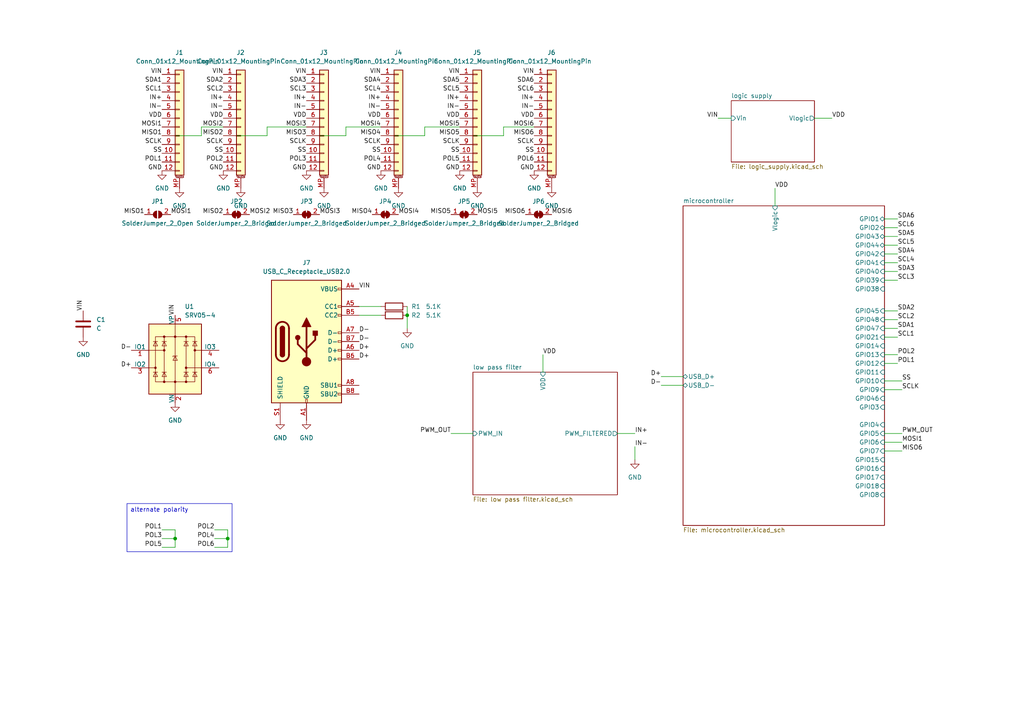
<source format=kicad_sch>
(kicad_sch (version 20230121) (generator eeschema)
  (paper "A4")
  (lib_symbols
    (symbol "Connector:USB_C_Receptacle_USB2.0" (pin_names (offset 1.016))
      (property "Reference" "J" (at -10.16 19.05 0))
      (property "Value" "USB_C_Receptacle_USB2.0" (at 19.05 19.05 0))
      (symbol "USB_C_Receptacle_USB2.0_0_0"
        (rectangle (start -0.254 -17.78) (end 0.254 -16.764))
        (rectangle (start 10.16 -14.986) (end 9.144 -15.494))
        (rectangle (start 10.16 -12.446) (end 9.144 -12.954))
        (rectangle (start 10.16 -4.826) (end 9.144 -5.334))
        (rectangle (start 10.16 -2.286) (end 9.144 -2.794))
        (rectangle (start 10.16 0.254) (end 9.144 -0.254))
        (rectangle (start 10.16 2.794) (end 9.144 2.286))
        (rectangle (start 10.16 7.874) (end 9.144 7.366))
        (rectangle (start 10.16 10.414) (end 9.144 9.906))
        (rectangle (start 10.16 15.494) (end 9.144 14.986))
      )
      (symbol "USB_C_Receptacle_USB2.0_0_1"
        (rectangle (start -10.16 17.78) (end 10.16 -17.78) (stroke (width 0.254)) (fill (type background)))
        (arc (start -8.89 -3.81) (mid -6.985 -5.7067) (end -5.08 -3.81) (stroke (width 0.508)))
        (arc (start -7.62 -3.81) (mid -6.985 -4.4423) (end -6.35 -3.81) (stroke (width 0.254)))
        (arc (start -7.62 -3.81) (mid -6.985 -4.4423) (end -6.35 -3.81) (stroke (width 0.254)) (fill (type outline)))
        (rectangle (start -7.62 -3.81) (end -6.35 3.81) (stroke (width 0.254)) (fill (type outline)))
        (arc (start -6.35 3.81) (mid -6.985 4.4423) (end -7.62 3.81) (stroke (width 0.254)))
        (arc (start -6.35 3.81) (mid -6.985 4.4423) (end -7.62 3.81) (stroke (width 0.254)) (fill (type outline)))
        (arc (start -5.08 3.81) (mid -6.985 5.7067) (end -8.89 3.81) (stroke (width 0.508)))
        (circle (center -2.54 1.143) (radius 0.635) (stroke (width 0.254)) (fill (type outline)))
        (circle (center 0 -5.842) (radius 1.27) (fill (type outline)))
        (polyline (pts (xy -8.89 -3.81) (xy -8.89 3.81)) (stroke (width 0.508)))
        (polyline (pts (xy -5.08 3.81) (xy -5.08 -3.81)) (stroke (width 0.508)))
        (polyline (pts (xy 0 -5.842) (xy 0 4.318)) (stroke (width 0.508)))
        (polyline (pts (xy 0 -3.302) (xy -2.54 -0.762) (xy -2.54 0.508)) (stroke (width 0.508)))
        (polyline (pts (xy 0 -2.032) (xy 2.54 0.508) (xy 2.54 1.778)) (stroke (width 0.508)))
        (polyline (pts (xy -1.27 4.318) (xy 0 6.858) (xy 1.27 4.318) (xy -1.27 4.318)) (stroke (width 0.254)) (fill (type outline)))
        (rectangle (start 1.905 1.778) (end 3.175 3.048) (stroke (width 0.254)) (fill (type outline)))
      )
      (symbol "USB_C_Receptacle_USB2.0_1_1"
        (pin passive line (at 0 -22.86 90) (length 5.08) (name "GND") (number "A1"))
        (pin passive line (at 0 -22.86 90) (length 5.08) hide (name "GND") (number "A12"))
        (pin passive line (at 15.24 15.24 180) (length 5.08) (name "VBUS") (number "A4"))
        (pin bidirectional line (at 15.24 10.16 180) (length 5.08) (name "CC1") (number "A5"))
        (pin bidirectional line (at 15.24 -2.54 180) (length 5.08) (name "D+") (number "A6"))
        (pin bidirectional line (at 15.24 2.54 180) (length 5.08) (name "D-") (number "A7"))
        (pin bidirectional line (at 15.24 -12.7 180) (length 5.08) (name "SBU1") (number "A8"))
        (pin passive line (at 15.24 15.24 180) (length 5.08) hide (name "VBUS") (number "A9"))
        (pin passive line (at 0 -22.86 90) (length 5.08) hide (name "GND") (number "B1"))
        (pin passive line (at 0 -22.86 90) (length 5.08) hide (name "GND") (number "B12"))
        (pin passive line (at 15.24 15.24 180) (length 5.08) hide (name "VBUS") (number "B4"))
        (pin bidirectional line (at 15.24 7.62 180) (length 5.08) (name "CC2") (number "B5"))
        (pin bidirectional line (at 15.24 -5.08 180) (length 5.08) (name "D+") (number "B6"))
        (pin bidirectional line (at 15.24 0 180) (length 5.08) (name "D-") (number "B7"))
        (pin bidirectional line (at 15.24 -15.24 180) (length 5.08) (name "SBU2") (number "B8"))
        (pin passive line (at 15.24 15.24 180) (length 5.08) hide (name "VBUS") (number "B9"))
        (pin passive line (at -7.62 -22.86 90) (length 5.08) (name "SHIELD") (number "S1"))
      )
    )
    (symbol "Connector_Generic_MountingPin:Conn_01x12_MountingPin" (pin_names (offset 1.016) hide)
      (property "Reference" "J" (at 0 15.24 0))
      (property "Value" "Conn_01x12_MountingPin" (at 1.27 -17.78 0))
      (symbol "Conn_01x12_MountingPin_1_1"
        (rectangle (start -1.27 -15.113) (end 0 -15.367) (stroke (width 0.1524)))
        (rectangle (start -1.27 -12.573) (end 0 -12.827) (stroke (width 0.1524)))
        (rectangle (start -1.27 -10.033) (end 0 -10.287) (stroke (width 0.1524)))
        (rectangle (start -1.27 -7.493) (end 0 -7.747) (stroke (width 0.1524)))
        (rectangle (start -1.27 -4.953) (end 0 -5.207) (stroke (width 0.1524)))
        (rectangle (start -1.27 -2.413) (end 0 -2.667) (stroke (width 0.1524)))
        (rectangle (start -1.27 0.127) (end 0 -0.127) (stroke (width 0.1524)))
        (rectangle (start -1.27 2.667) (end 0 2.413) (stroke (width 0.1524)))
        (rectangle (start -1.27 5.207) (end 0 4.953) (stroke (width 0.1524)))
        (rectangle (start -1.27 7.747) (end 0 7.493) (stroke (width 0.1524)))
        (rectangle (start -1.27 10.287) (end 0 10.033) (stroke (width 0.1524)))
        (rectangle (start -1.27 12.827) (end 0 12.573) (stroke (width 0.1524)))
        (rectangle (start -1.27 13.97) (end 1.27 -16.51) (stroke (width 0.254)) (fill (type background)))
        (polyline (pts (xy -1.016 -17.272) (xy 1.016 -17.272)) (stroke (width 0.1524)))
        (text "Mounting" (at 0 -16.891 0) (effects (font (size 0.381 0.381))))
        (pin passive line (at -5.08 12.7 0) (length 3.81) (name "Pin_1") (number "1"))
        (pin passive line (at -5.08 -10.16 0) (length 3.81) (name "Pin_10") (number "10"))
        (pin passive line (at -5.08 -12.7 0) (length 3.81) (name "Pin_11") (number "11"))
        (pin passive line (at -5.08 -15.24 0) (length 3.81) (name "Pin_12") (number "12"))
        (pin passive line (at -5.08 10.16 0) (length 3.81) (name "Pin_2") (number "2"))
        (pin passive line (at -5.08 7.62 0) (length 3.81) (name "Pin_3") (number "3"))
        (pin passive line (at -5.08 5.08 0) (length 3.81) (name "Pin_4") (number "4"))
        (pin passive line (at -5.08 2.54 0) (length 3.81) (name "Pin_5") (number "5"))
        (pin passive line (at -5.08 0 0) (length 3.81) (name "Pin_6") (number "6"))
        (pin passive line (at -5.08 -2.54 0) (length 3.81) (name "Pin_7") (number "7"))
        (pin passive line (at -5.08 -5.08 0) (length 3.81) (name "Pin_8") (number "8"))
        (pin passive line (at -5.08 -7.62 0) (length 3.81) (name "Pin_9") (number "9"))
        (pin passive line (at 0 -20.32 90) (length 3.048) (name "MountPin") (number "MP"))
      )
    )
    (symbol "Device:C" (pin_numbers hide) (pin_names (offset 0.254))
      (property "Reference" "C" (at 0.635 2.54 0))
      (property "Value" "C" (at 0.635 -2.54 0))
      (symbol "C_0_1"
        (polyline (pts (xy -2.032 -0.762) (xy 2.032 -0.762)) (stroke (width 0.508)))
        (polyline (pts (xy -2.032 0.762) (xy 2.032 0.762)) (stroke (width 0.508)))
      )
      (symbol "C_1_1"
        (pin passive line (at 0 3.81 270) (length 2.794) (name "~") (number "1"))
        (pin passive line (at 0 -3.81 90) (length 2.794) (name "~") (number "2"))
      )
    )
    (symbol "Device:R" (pin_numbers hide) (pin_names (offset 0))
      (property "Reference" "R" (at 2.032 0 90))
      (property "Value" "R" (at 0 0 90))
      (symbol "R_0_1"
        (rectangle (start -1.016 -2.54) (end 1.016 2.54) (stroke (width 0.254)))
      )
      (symbol "R_1_1"
        (pin passive line (at 0 3.81 270) (length 1.27) (name "~") (number "1"))
        (pin passive line (at 0 -3.81 90) (length 1.27) (name "~") (number "2"))
      )
    )
    (symbol "GND_1" (power) (pin_names (offset 0))
      (property "Value" "GND_1" (at 0 -3.81 0))
      (symbol "GND_1_0_1"
        (polyline (pts (xy 0 0) (xy 0 -1.27) (xy 1.27 -1.27) (xy 0 -2.54) (xy -1.27 -1.27) (xy 0 -1.27)))
      )
      (symbol "GND_1_1_1"
        (pin power_in line (at 0 0 270) (length 0) hide (name "GND") (number "1"))
      )
    )
    (symbol "GND_2" (power) (pin_names (offset 0))
      (property "Value" "GND_2" (at 0 -3.81 0))
      (symbol "GND_2_0_1"
        (polyline (pts (xy 0 0) (xy 0 -1.27) (xy 1.27 -1.27) (xy 0 -2.54) (xy -1.27 -1.27) (xy 0 -1.27)))
      )
      (symbol "GND_2_1_1"
        (pin power_in line (at 0 0 270) (length 0) hide (name "GND") (number "1"))
      )
    )
    (symbol "Jumper:SolderJumper_2_Bridged" (pin_names (offset 0) hide)
      (property "Reference" "JP" (at 0 2.032 0))
      (property "Value" "SolderJumper_2_Bridged" (at 0 -2.54 0))
      (symbol "SolderJumper_2_Bridged_0_1"
        (rectangle (start -0.508 0.508) (end 0.508 -0.508) (fill (type outline)))
        (arc (start -0.254 1.016) (mid -1.2656 0) (end -0.254 -1.016))
        (arc (start -0.254 1.016) (mid -1.2656 0) (end -0.254 -1.016) (fill (type outline)))
        (polyline (pts (xy -0.254 1.016) (xy -0.254 -1.016)))
        (polyline (pts (xy 0.254 1.016) (xy 0.254 -1.016)))
        (arc (start 0.254 -1.016) (mid 1.2656 0) (end 0.254 1.016))
        (arc (start 0.254 -1.016) (mid 1.2656 0) (end 0.254 1.016) (fill (type outline)))
      )
      (symbol "SolderJumper_2_Bridged_1_1"
        (pin passive line (at -3.81 0 0) (length 2.54) (name "A") (number "1"))
        (pin passive line (at 3.81 0 180) (length 2.54) (name "B") (number "2"))
      )
    )
    (symbol "Jumper:SolderJumper_2_Open" (pin_names (offset 0) hide)
      (property "Reference" "JP" (at 0 2.032 0))
      (property "Value" "SolderJumper_2_Open" (at 0 -2.54 0))
      (symbol "SolderJumper_2_Open_0_1"
        (arc (start -0.254 1.016) (mid -1.2656 0) (end -0.254 -1.016))
        (arc (start -0.254 1.016) (mid -1.2656 0) (end -0.254 -1.016) (fill (type outline)))
        (polyline (pts (xy -0.254 1.016) (xy -0.254 -1.016)))
        (polyline (pts (xy 0.254 1.016) (xy 0.254 -1.016)))
        (arc (start 0.254 -1.016) (mid 1.2656 0) (end 0.254 1.016))
        (arc (start 0.254 -1.016) (mid 1.2656 0) (end 0.254 1.016) (fill (type outline)))
      )
      (symbol "SolderJumper_2_Open_1_1"
        (pin passive line (at -3.81 0 0) (length 2.54) (name "A") (number "1"))
        (pin passive line (at 3.81 0 180) (length 2.54) (name "B") (number "2"))
      )
    )
    (symbol "Power_Protection:SRV05-4" (pin_names (offset 0))
      (property "Reference" "U" (at -5.08 11.43 0))
      (property "Value" "SRV05-4" (at 2.54 11.43 0))
      (symbol "SRV05-4_0_0"
        (rectangle (start -5.715 6.477) (end 5.715 -6.604))
        (polyline (pts (xy -3.175 -6.604) (xy -3.175 6.477)))
        (polyline (pts (xy 3.175 6.477) (xy 3.175 -6.604)))
      )
      (symbol "SRV05-4_0_1"
        (rectangle (start -7.62 10.16) (end 7.62 -10.16) (stroke (width 0.254)) (fill (type background)))
        (circle (center -5.715 -2.54) (radius 0.2794) (fill (type outline)))
        (circle (center -3.175 -6.604) (radius 0.2794) (fill (type outline)))
        (circle (center -3.175 2.54) (radius 0.2794) (fill (type outline)))
        (circle (center -3.175 6.477) (radius 0.2794) (fill (type outline)))
        (circle (center 0 -6.604) (radius 0.2794) (fill (type outline)))
        (polyline (pts (xy -7.747 2.54) (xy -3.175 2.54)))
        (polyline (pts (xy -7.62 -2.54) (xy -5.715 -2.54)))
        (polyline (pts (xy -5.08 -3.81) (xy -6.35 -3.81)))
        (polyline (pts (xy -5.08 5.08) (xy -6.35 5.08)))
        (polyline (pts (xy -2.54 -3.81) (xy -3.81 -3.81)))
        (polyline (pts (xy -2.54 5.08) (xy -3.81 5.08)))
        (polyline (pts (xy 0 10.16) (xy 0 -10.16)))
        (polyline (pts (xy 3.81 -3.81) (xy 2.54 -3.81)))
        (polyline (pts (xy 3.81 5.08) (xy 2.54 5.08)))
        (polyline (pts (xy 6.35 -3.81) (xy 5.08 -3.81)))
        (polyline (pts (xy 6.35 5.08) (xy 5.08 5.08)))
        (polyline (pts (xy 7.62 -2.54) (xy 3.175 -2.54)))
        (polyline (pts (xy 7.62 2.54) (xy 5.715 2.54)))
        (polyline (pts (xy 0.635 0.889) (xy -0.635 0.889) (xy -0.635 0.635)))
        (polyline (pts (xy -5.08 -5.08) (xy -6.35 -5.08) (xy -5.715 -3.81) (xy -5.08 -5.08)))
        (polyline (pts (xy -5.08 3.81) (xy -6.35 3.81) (xy -5.715 5.08) (xy -5.08 3.81)))
        (polyline (pts (xy -2.54 -5.08) (xy -3.81 -5.08) (xy -3.175 -3.81) (xy -2.54 -5.08)))
        (polyline (pts (xy -2.54 3.81) (xy -3.81 3.81) (xy -3.175 5.08) (xy -2.54 3.81)))
        (polyline (pts (xy 0.635 -0.381) (xy -0.635 -0.381) (xy 0 0.889) (xy 0.635 -0.381)))
        (polyline (pts (xy 3.81 -5.08) (xy 2.54 -5.08) (xy 3.175 -3.81) (xy 3.81 -5.08)))
        (polyline (pts (xy 3.81 3.81) (xy 2.54 3.81) (xy 3.175 5.08) (xy 3.81 3.81)))
        (polyline (pts (xy 6.35 -5.08) (xy 5.08 -5.08) (xy 5.715 -3.81) (xy 6.35 -5.08)))
        (polyline (pts (xy 6.35 3.81) (xy 5.08 3.81) (xy 5.715 5.08) (xy 6.35 3.81)))
        (circle (center 0 6.477) (radius 0.2794) (fill (type outline)))
        (circle (center 3.175 -6.604) (radius 0.2794) (fill (type outline)))
        (circle (center 3.175 -2.54) (radius 0.2794) (fill (type outline)))
        (circle (center 3.175 6.477) (radius 0.2794) (fill (type outline)))
        (circle (center 5.715 2.54) (radius 0.2794) (fill (type outline)))
      )
      (symbol "SRV05-4_1_1"
        (pin passive line (at -12.7 2.54 0) (length 5.08) (name "IO1") (number "1"))
        (pin passive line (at 0 -12.7 90) (length 2.54) (name "VN") (number "2"))
        (pin passive line (at -12.7 -2.54 0) (length 5.08) (name "IO2") (number "3"))
        (pin passive line (at 12.7 2.54 180) (length 5.08) (name "IO3") (number "4"))
        (pin passive line (at 0 12.7 270) (length 2.54) (name "VP") (number "5"))
        (pin passive line (at 12.7 -2.54 180) (length 5.08) (name "IO4") (number "6"))
      )
    )
    (symbol "power:GND" (power) (pin_names (offset 0))
      (property "Value" "GND" (at 0 -3.81 0))
      (symbol "GND_0_1"
        (polyline (pts (xy 0 0) (xy 0 -1.27) (xy 1.27 -1.27) (xy 0 -2.54) (xy -1.27 -1.27) (xy 0 -1.27)))
      )
      (symbol "GND_1_1"
        (pin power_in line (at 0 0 270) (length 0) hide (name "GND") (number "1"))
      )
    )
  )
  (junction (at 50.8 156.21))
  (junction (at 66.04 156.21))
  (junction (at 118.11 91.44))
  (wire (pts (xy 62.23 153.67) (xy 66.04 153.67)))
  (wire (pts (xy 256.54 125.73) (xy 261.62 125.73)))
  (wire (pts (xy 256.54 97.79) (xy 260.35 97.79)))
  (wire (pts (xy 157.48 102.87) (xy 157.48 107.95)))
  (wire (pts (xy 77.47 36.83) (xy 88.9 36.83)))
  (wire (pts (xy 256.54 68.58) (xy 260.35 68.58)))
  (wire (pts (xy 184.15 129.54) (xy 184.15 133.35)))
  (wire (pts (xy 50.8 156.21) (xy 46.99 156.21)))
  (wire (pts (xy 256.54 92.71) (xy 260.35 92.71)))
  (wire (pts (xy 256.54 66.04) (xy 260.35 66.04)))
  (wire (pts (xy 256.54 90.17) (xy 260.35 90.17)))
  (wire (pts (xy 88.9 39.37) (xy 100.33 39.37)))
  (wire (pts (xy 256.54 81.28) (xy 260.35 81.28)))
  (wire (pts (xy 256.54 71.12) (xy 260.35 71.12)))
  (wire (pts (xy 256.54 95.25) (xy 260.35 95.25)))
  (wire (pts (xy 100.33 39.37) (xy 100.33 36.83)))
  (wire (pts (xy 256.54 113.03) (xy 261.62 113.03)))
  (wire (pts (xy 191.77 109.22) (xy 198.12 109.22)))
  (wire (pts (xy 46.99 153.67) (xy 50.8 153.67)))
  (wire (pts (xy 256.54 102.87) (xy 260.35 102.87)))
  (wire (pts (xy 100.33 36.83) (xy 110.49 36.83)))
  (wire (pts (xy 256.54 73.66) (xy 260.35 73.66)))
  (wire (pts (xy 256.54 78.74) (xy 260.35 78.74)))
  (wire (pts (xy 123.19 36.83) (xy 133.35 36.83)))
  (wire (pts (xy 58.42 36.83) (xy 64.77 36.83)))
  (wire (pts (xy 256.54 76.2) (xy 260.35 76.2)))
  (wire (pts (xy 77.47 39.37) (xy 77.47 36.83)))
  (wire (pts (xy 146.05 39.37) (xy 146.05 36.83)))
  (wire (pts (xy 66.04 156.21) (xy 62.23 156.21)))
  (wire (pts (xy 208.28 34.29) (xy 212.09 34.29)))
  (wire (pts (xy 256.54 110.49) (xy 261.62 110.49)))
  (wire (pts (xy 256.54 63.5) (xy 260.35 63.5)))
  (wire (pts (xy 110.49 39.37) (xy 123.19 39.37)))
  (wire (pts (xy 104.14 88.9) (xy 110.49 88.9)))
  (wire (pts (xy 66.04 153.67) (xy 66.04 156.21)))
  (wire (pts (xy 179.07 125.73) (xy 184.15 125.73)))
  (wire (pts (xy 236.22 34.29) (xy 241.3 34.29)))
  (wire (pts (xy 118.11 91.44) (xy 118.11 95.25)))
  (wire (pts (xy 58.42 39.37) (xy 58.42 36.83)))
  (wire (pts (xy 62.23 158.75) (xy 66.04 158.75)))
  (wire (pts (xy 66.04 158.75) (xy 66.04 156.21)))
  (wire (pts (xy 256.54 105.41) (xy 260.35 105.41)))
  (wire (pts (xy 118.11 88.9) (xy 118.11 91.44)))
  (wire (pts (xy 256.54 130.81) (xy 261.62 130.81)))
  (wire (pts (xy 104.14 91.44) (xy 110.49 91.44)))
  (wire (pts (xy 46.99 39.37) (xy 58.42 39.37)))
  (wire (pts (xy 191.77 111.76) (xy 198.12 111.76)))
  (wire (pts (xy 130.81 125.73) (xy 137.16 125.73)))
  (wire (pts (xy 50.8 153.67) (xy 50.8 156.21)))
  (wire (pts (xy 123.19 39.37) (xy 123.19 36.83)))
  (wire (pts (xy 146.05 36.83) (xy 154.94 36.83)))
  (wire (pts (xy 50.8 158.75) (xy 50.8 156.21)))
  (wire (pts (xy 64.77 39.37) (xy 77.47 39.37)))
  (wire (pts (xy 133.35 39.37) (xy 146.05 39.37)))
  (wire (pts (xy 256.54 128.27) (xy 261.62 128.27)))
  (wire (pts (xy 224.79 54.61) (xy 224.79 59.69)))
  (wire (pts (xy 46.99 158.75) (xy 50.8 158.75)))
  (text_box "alternate polarity" (at 36.83 146.05 0) (size 30.48 13.97) (effects (font (size 1.27 1.27)) (justify left top)))
  (label "MISO6" (at 152.4 62.23 180))
  (label "MOSI1" (at 49.53 62.23 0))
  (label "POL4" (at 62.23 156.21 180))
  (label "MISO3" (at 85.09 62.23 180))
  (label "SS" (at 154.94 44.45 180))
  (label "POL1" (at 46.99 153.67 180))
  (label "VIN" (at 208.28 34.29 180))
  (label "MOSI4" (at 115.57 62.23 0))
  (label "GND" (at 64.77 49.53 180))
  (label "SCL2" (at 64.77 26.67 180))
  (label "VIN" (at 88.9 21.59 180))
  (label "IN+" (at 184.15 125.73 0))
  (label "SCL1" (at 260.35 97.79 0))
  (label "D+" (at 104.14 101.6 0))
  (label "MOSI2" (at 64.77 36.83 180))
  (label "SDA2" (at 64.77 24.13 180))
  (label "IN-" (at 184.15 129.54 0))
  (label "VDD" (at 64.77 34.29 180))
  (label "VDD" (at 133.35 34.29 180))
  (label "D+" (at 104.14 104.14 0))
  (label "GND" (at 154.94 49.53 180))
  (label "VDD" (at 224.79 54.61 0))
  (label "IN+" (at 154.94 29.21 180))
  (label "SCL2" (at 260.35 92.71 0))
  (label "SDA3" (at 88.9 24.13 180))
  (label "SCL1" (at 46.99 26.67 180))
  (label "SCL3" (at 260.35 81.28 0))
  (label "IN-" (at 46.99 31.75 180))
  (label "SDA1" (at 46.99 24.13 180))
  (label "IN-" (at 110.49 31.75 180))
  (label "MISO6" (at 154.94 39.37 180))
  (label "D+" (at 191.77 109.22 180))
  (label "SS" (at 88.9 44.45 180))
  (label "MOSI6" (at 154.94 36.83 180))
  (label "MOSI5" (at 133.35 36.83 180))
  (label "MISO3" (at 88.9 39.37 180))
  (label "D-" (at 104.14 96.52 0))
  (label "MISO6" (at 261.62 130.81 0))
  (label "SCL6" (at 260.35 66.04 0))
  (label "IN+" (at 64.77 29.21 180))
  (label "SCLK" (at 133.35 41.91 180))
  (label "VIN" (at 154.94 21.59 180))
  (label "MISO5" (at 133.35 39.37 180))
  (label "IN+" (at 46.99 29.21 180))
  (label "SS" (at 64.77 44.45 180))
  (label "PWM_OUT" (at 261.62 125.73 0))
  (label "IN+" (at 110.49 29.21 180))
  (label "POL6" (at 62.23 158.75 180))
  (label "MOSI1" (at 261.62 128.27 0))
  (label "SDA5" (at 260.35 68.58 0))
  (label "POL2" (at 62.23 153.67 180))
  (label "VIN" (at 46.99 21.59 180))
  (label "SDA3" (at 260.35 78.74 0))
  (label "D-" (at 191.77 111.76 180))
  (label "POL3" (at 46.99 156.21 180))
  (label "IN-" (at 64.77 31.75 180))
  (label "SDA4" (at 110.49 24.13 180))
  (label "D-" (at 38.1 101.6 180))
  (label "POL3" (at 88.9 46.99 180))
  (label "POL4" (at 110.49 46.99 180))
  (label "VIN" (at 50.8 91.44 90))
  (label "SCL3" (at 88.9 26.67 180))
  (label "SCLK" (at 64.77 41.91 180))
  (label "MOSI6" (at 160.02 62.23 0))
  (label "MISO5" (at 130.81 62.23 180))
  (label "MISO1" (at 41.91 62.23 180))
  (label "GND" (at 110.49 49.53 180))
  (label "VDD" (at 110.49 34.29 180))
  (label "PWM_OUT" (at 130.81 125.73 180))
  (label "VIN" (at 104.14 83.82 0))
  (label "VDD" (at 241.3 34.29 0))
  (label "SCLK" (at 46.99 41.91 180))
  (label "SDA6" (at 260.35 63.5 0))
  (label "IN+" (at 133.35 29.21 180))
  (label "VDD" (at 154.94 34.29 180))
  (label "SDA6" (at 154.94 24.13 180))
  (label "MISO2" (at 64.77 62.23 180))
  (label "MOSI2" (at 72.39 62.23 0))
  (label "VIN" (at 133.35 21.59 180))
  (label "MISO4" (at 107.95 62.23 180))
  (label "SCL6" (at 154.94 26.67 180))
  (label "MOSI4" (at 110.49 36.83 180))
  (label "VIN" (at 110.49 21.59 180))
  (label "MISO1" (at 46.99 39.37 180))
  (label "MOSI3" (at 92.71 62.23 0))
  (label "VIN" (at 64.77 21.59 180))
  (label "D-" (at 104.14 99.06 0))
  (label "D+" (at 38.1 106.68 180))
  (label "MOSI5" (at 138.43 62.23 0))
  (label "VDD" (at 88.9 34.29 180))
  (label "IN-" (at 133.35 31.75 180))
  (label "IN-" (at 154.94 31.75 180))
  (label "SCL5" (at 133.35 26.67 180))
  (label "POL5" (at 133.35 46.99 180))
  (label "IN-" (at 88.9 31.75 180))
  (label "SS" (at 261.62 110.49 0))
  (label "MISO4" (at 110.49 39.37 180))
  (label "MOSI3" (at 88.9 36.83 180))
  (label "GND" (at 88.9 49.53 180))
  (label "VIN" (at 24.13 90.17 90))
  (label "POL2" (at 260.35 102.87 0))
  (label "MOSI1" (at 46.99 36.83 180))
  (label "IN+" (at 88.9 29.21 180))
  (label "POL5" (at 46.99 158.75 180))
  (label "SCLK" (at 154.94 41.91 180))
  (label "GND" (at 46.99 49.53 180))
  (label "SDA2" (at 260.35 90.17 0))
  (label "SDA4" (at 260.35 73.66 0))
  (label "SS" (at 46.99 44.45 180))
  (label "MISO2" (at 64.77 39.37 180))
  (label "SCLK" (at 261.62 113.03 0))
  (label "VDD" (at 46.99 34.29 180))
  (label "SDA1" (at 260.35 95.25 0))
  (label "SS" (at 110.49 44.45 180))
  (label "SCLK" (at 110.49 41.91 180))
  (label "SS" (at 133.35 44.45 180))
  (label "SCL4" (at 260.35 76.2 0))
  (label "POL1" (at 260.35 105.41 0))
  (label "VDD" (at 157.48 102.87 0))
  (label "SCL5" (at 260.35 71.12 0))
  (label "POL2" (at 64.77 46.99 180))
  (label "SCLK" (at 88.9 41.91 180))
  (label "GND" (at 133.35 49.53 180))
  (label "POL6" (at 154.94 46.99 180))
  (label "POL1" (at 46.99 46.99 180))
  (label "SDA5" (at 133.35 24.13 180))
  (label "SCL4" (at 110.49 26.67 180))
  (symbol (lib_id "Connector_Generic_MountingPin:Conn_01x12_MountingPin") (at 52.07 34.29 0) (unit 1)
    (property "Reference" "J1" (at 50.8 15.24 0) (effects (justify left)))
    (property "Value" "Conn_01x12_MountingPin" (at 39.37 17.78 0) (effects (justify left)))
    (property "Footprint" "Optacon_common:Jushuo_AFC11-S12I" (effects hide))
    (property "Datasheet" "https://datasheet.lcsc.com/lcsc/2212161930_JUSHUO-AFC11-S12ICA-00_C262499.pdf" (effects hide))
    (property "LCSC" "C262499" (effects hide))
  )
  (symbol (lib_id "Power_Protection:SRV05-4") (at 50.8 104.14 0) (unit 1)
    (property "Reference" "U1" (at 53.5687 88.9 0) (effects (justify left)))
    (property "Value" "SRV05-4" (at 53.5687 91.44 0) (effects (justify left)))
    (property "Footprint" "Package_TO_SOT_SMD:SOT-23-6" (effects hide))
    (property "Datasheet" "http://www.onsemi.com/pub/Collateral/SRV05-4-D.PDF" (effects hide))
  )
  (symbol (lib_name "GND_2") (lib_id "power:GND") (at 184.15 133.35 0) (unit 1)
    (property "Reference" "#PWR032" (effects hide))
    (property "Value" "GND" (at 184.15 138.43 0))
  )
  (symbol (lib_name "GND_1") (lib_id "power:GND") (at 46.99 49.53 0) (unit 1)
    (property "Reference" "#PWR02" (effects hide))
    (property "Value" "GND" (at 46.99 54.61 0))
  )
  (symbol (lib_id "Jumper:SolderJumper_2_Bridged") (at 68.58 62.23 0) (unit 1)
    (property "Reference" "JP2" (at 68.58 58.42 0))
    (property "Value" "SolderJumper_2_Bridged" (at 68.58 64.77 0))
    (property "Footprint" "Jumper:SolderJumper-2_P1.3mm_Bridged_RoundedPad1.0x1.5mm" (effects hide))
  )
  (symbol (lib_name "GND_1") (lib_id "power:GND") (at 52.07 54.61 0) (unit 1)
    (property "Reference" "#PWR020" (effects hide))
    (property "Value" "GND" (at 52.07 59.69 0))
  )
  (symbol (lib_id "Device:R") (at 114.3 91.44 90) (unit 1)
    (property "Reference" "R2" (at 120.65 91.44 90))
    (property "Value" "5.1K" (at 125.73 91.44 90))
    (property "Footprint" "Resistor_SMD:R_0603_1608Metric" (effects hide))
  )
  (symbol (lib_id "Jumper:SolderJumper_2_Bridged") (at 156.21 62.23 0) (unit 1)
    (property "Reference" "JP6" (at 156.21 58.42 0))
    (property "Value" "SolderJumper_2_Bridged" (at 156.21 64.77 0))
    (property "Footprint" "Jumper:SolderJumper-2_P1.3mm_Bridged_RoundedPad1.0x1.5mm" (effects hide))
  )
  (symbol (lib_id "Device:C") (at 24.13 93.98 180) (unit 1)
    (property "Reference" "C1" (at 27.94 92.7099 0) (effects (justify right)))
    (property "Value" "C" (at 27.94 95.2499 0) (effects (justify right)))
    (property "Footprint" "Capacitor_SMD:C_0603_1608Metric" (effects hide))
  )
  (symbol (lib_id "Connector_Generic_MountingPin:Conn_01x12_MountingPin") (at 138.43 34.29 0) (unit 1)
    (property "Reference" "J5" (at 137.16 15.24 0) (effects (justify left)))
    (property "Value" "Conn_01x12_MountingPin" (at 125.73 17.78 0) (effects (justify left)))
    (property "Footprint" "Optacon_common:Jushuo_AFC11-S12I" (effects hide))
    (property "LCSC" "C262499" (effects hide))
  )
  (symbol (lib_id "power:GND") (at 50.8 116.84 0) (unit 1)
    (property "Reference" "#PWR03" (effects hide))
    (property "Value" "GND" (at 50.8 121.92 0))
  )
  (symbol (lib_id "Connector_Generic_MountingPin:Conn_01x12_MountingPin") (at 160.02 34.29 0) (unit 1)
    (property "Reference" "J6" (at 158.75 15.24 0) (effects (justify left)))
    (property "Value" "Conn_01x12_MountingPin" (at 147.32 17.78 0) (effects (justify left)))
    (property "Footprint" "Optacon_common:Jushuo_AFC11-S12I" (effects hide))
    (property "LCSC" "C262499" (effects hide))
  )
  (symbol (lib_name "GND_1") (lib_id "power:GND") (at 110.49 49.53 0) (unit 1)
    (property "Reference" "#PWR08" (effects hide))
    (property "Value" "GND" (at 110.49 54.61 0))
  )
  (symbol (lib_id "Jumper:SolderJumper_2_Open") (at 45.72 62.23 0) (unit 1)
    (property "Reference" "JP1" (at 45.72 58.42 0))
    (property "Value" "SolderJumper_2_Open" (at 45.72 64.77 0))
    (property "Footprint" "Jumper:SolderJumper-2_P1.3mm_Open_RoundedPad1.0x1.5mm" (effects hide))
  )
  (symbol (lib_id "Jumper:SolderJumper_2_Bridged") (at 111.76 62.23 0) (unit 1)
    (property "Reference" "JP4" (at 111.76 58.42 0))
    (property "Value" "SolderJumper_2_Bridged" (at 111.76 64.77 0))
    (property "Footprint" "Jumper:SolderJumper-2_P1.3mm_Bridged_RoundedPad1.0x1.5mm" (effects hide))
  )
  (symbol (lib_id "Connector:USB_C_Receptacle_USB2.0") (at 88.9 99.06 0) (unit 1)
    (property "Reference" "J7" (at 88.9 76.2 0))
    (property "Value" "USB_C_Receptacle_USB2.0" (at 88.9 78.74 0))
    (property "Footprint" "Connector_USB:USB_C_Receptacle_XKB_U262-16XN-4BVC11" (effects hide))
    (property "Datasheet" "https://www.usb.org/sites/default/files/documents/usb_type-c.zip" (effects hide))
    (property "LCSC" "C319148" (effects hide))
  )
  (symbol (lib_name "GND_1") (lib_id "power:GND") (at 133.35 49.53 0) (unit 1)
    (property "Reference" "#PWR010" (effects hide))
    (property "Value" "GND" (at 133.35 54.61 0))
  )
  (symbol (lib_id "power:GND") (at 81.28 121.92 0) (unit 1)
    (property "Reference" "#PWR05" (effects hide))
    (property "Value" "GND" (at 81.28 127 0))
  )
  (symbol (lib_id "Jumper:SolderJumper_2_Bridged") (at 134.62 62.23 0) (unit 1)
    (property "Reference" "JP5" (at 134.62 58.42 0))
    (property "Value" "SolderJumper_2_Bridged" (at 134.62 64.77 0))
    (property "Footprint" "Jumper:SolderJumper-2_P1.3mm_Bridged_RoundedPad1.0x1.5mm" (effects hide))
  )
  (symbol (lib_name "GND_1") (lib_id "power:GND") (at 64.77 49.53 0) (unit 1)
    (property "Reference" "#PWR04" (effects hide))
    (property "Value" "GND" (at 64.77 54.61 0))
  )
  (symbol (lib_id "power:GND") (at 88.9 121.92 0) (unit 1)
    (property "Reference" "#PWR07" (effects hide))
    (property "Value" "GND" (at 88.9 127 0))
  )
  (symbol (lib_id "power:GND") (at 118.11 95.25 0) (unit 1)
    (property "Reference" "#PWR09" (effects hide))
    (property "Value" "GND" (at 118.11 100.33 0))
  )
  (symbol (lib_name "GND_1") (lib_id "power:GND") (at 93.98 54.61 0) (unit 1)
    (property "Reference" "#PWR022" (effects hide))
    (property "Value" "GND" (at 93.98 59.69 0))
  )
  (symbol (lib_name "GND_1") (lib_id "power:GND") (at 88.9 49.53 0) (unit 1)
    (property "Reference" "#PWR06" (effects hide))
    (property "Value" "GND" (at 88.9 54.61 0))
  )
  (symbol (lib_name "GND_1") (lib_id "power:GND") (at 138.43 54.61 0) (unit 1)
    (property "Reference" "#PWR024" (effects hide))
    (property "Value" "GND" (at 138.43 59.69 0))
  )
  (symbol (lib_id "Connector_Generic_MountingPin:Conn_01x12_MountingPin") (at 93.98 34.29 0) (unit 1)
    (property "Reference" "J3" (at 92.71 15.24 0) (effects (justify left)))
    (property "Value" "Conn_01x12_MountingPin" (at 81.28 17.78 0) (effects (justify left)))
    (property "Footprint" "Optacon_common:Jushuo_AFC11-S12I" (effects hide))
    (property "LCSC" "C262499" (effects hide))
  )
  (symbol (lib_id "Connector_Generic_MountingPin:Conn_01x12_MountingPin") (at 69.85 34.29 0) (unit 1)
    (property "Reference" "J2" (at 68.58 15.24 0) (effects (justify left)))
    (property "Value" "Conn_01x12_MountingPin" (at 57.15 17.78 0) (effects (justify left)))
    (property "Footprint" "Optacon_common:Jushuo_AFC11-S12I" (effects hide))
    (property "LCSC" "C262499" (effects hide))
  )
  (symbol (lib_name "GND_1") (lib_id "power:GND") (at 160.02 54.61 0) (unit 1)
    (property "Reference" "#PWR025" (effects hide))
    (property "Value" "GND" (at 160.02 59.69 0))
  )
  (symbol (lib_id "Connector_Generic_MountingPin:Conn_01x12_MountingPin") (at 115.57 34.29 0) (unit 1)
    (property "Reference" "J4" (at 114.3 15.24 0) (effects (justify left)))
    (property "Value" "Conn_01x12_MountingPin" (at 102.87 17.78 0) (effects (justify left)))
    (property "Footprint" "Optacon_common:Jushuo_AFC11-S12I" (effects hide))
    (property "LCSC" "C262499" (effects hide))
  )
  (symbol (lib_id "power:GND") (at 24.13 97.79 0) (unit 1)
    (property "Reference" "#PWR01" (effects hide))
    (property "Value" "GND" (at 24.13 102.87 0))
  )
  (symbol (lib_id "Device:R") (at 114.3 88.9 90) (unit 1)
    (property "Reference" "R1" (at 120.65 88.9 90))
    (property "Value" "5.1K" (at 125.73 88.9 90))
    (property "Footprint" "Resistor_SMD:R_0603_1608Metric" (effects hide))
  )
  (symbol (lib_name "GND_1") (lib_id "power:GND") (at 115.57 54.61 0) (unit 1)
    (property "Reference" "#PWR023" (effects hide))
    (property "Value" "GND" (at 115.57 59.69 0))
  )
  (symbol (lib_id "Jumper:SolderJumper_2_Bridged") (at 88.9 62.23 0) (unit 1)
    (property "Reference" "JP3" (at 88.9 58.42 0))
    (property "Value" "SolderJumper_2_Bridged" (at 88.9 64.77 0))
    (property "Footprint" "Jumper:SolderJumper-2_P1.3mm_Bridged_RoundedPad1.0x1.5mm" (effects hide))
  )
  (symbol (lib_name "GND_1") (lib_id "power:GND") (at 69.85 54.61 0) (unit 1)
    (property "Reference" "#PWR021" (effects hide))
    (property "Value" "GND" (at 69.85 59.69 0))
  )
  (symbol (lib_name "GND_1") (lib_id "power:GND") (at 154.94 49.53 0) (unit 1)
    (property "Reference" "#PWR011" (effects hide))
    (property "Value" "GND" (at 154.94 54.61 0))
  )
  (sheet (at 198.12 59.69) (size 58.42 92.71) (stroke (width 0.1524))
    (property "Sheetname" "microcontroller" (at 198.12 58.9784 0) (effects (justify left bottom)))
    (property "Sheetfile" "microcontroller.kicad_sch" (at 198.12 152.9846 0) (effects (justify left top)))
    (pin "USB_D+" bidirectional (at 198.12 109.22 180))
    (pin "USB_D-" bidirectional (at 198.12 111.76 180))
    (pin "Vlogic" input (at 224.79 59.69 90))
    (pin "GPIO42" input (at 256.54 73.66 0))
    (pin "GPIO41" input (at 256.54 76.2 0))
    (pin "GPIO39" input (at 256.54 81.28 0))
    (pin "GPIO15" input (at 256.54 133.35 0))
    (pin "GPIO16" input (at 256.54 135.89 0))
    (pin "GPIO40" input (at 256.54 78.74 0))
    (pin "GPIO4" input (at 256.54 123.19 0))
    (pin "GPIO3" input (at 256.54 118.11 0))
    (pin "GPIO1" tri_state (at 256.54 63.5 0))
    (pin "GPIO5" input (at 256.54 125.73 0))
    (pin "GPIO2" bidirectional (at 256.54 66.04 0))
    (pin "GPIO6" input (at 256.54 128.27 0))
    (pin "GPIO7" input (at 256.54 130.81 0))
    (pin "GPIO8" input (at 256.54 143.51 0))
    (pin "GPIO47" input (at 256.54 95.25 0))
    (pin "GPIO18" input (at 256.54 140.97 0))
    (pin "GPIO48" input (at 256.54 92.71 0))
    (pin "GPIO45" input (at 256.54 90.17 0))
    (pin "GPIO38" input (at 256.54 83.82 0))
    (pin "GPIO21" input (at 256.54 97.79 0))
    (pin "GPIO46" input (at 256.54 115.57 0))
    (pin "GPIO17" input (at 256.54 138.43 0))
    (pin "GPIO11" input (at 256.54 107.95 0))
    (pin "GPIO10" input (at 256.54 110.49 0))
    (pin "GPIO9" input (at 256.54 113.03 0))
    (pin "GPIO13" input (at 256.54 102.87 0))
    (pin "GPIO14" input (at 256.54 100.33 0))
    (pin "GPIO12" input (at 256.54 105.41 0))
    (pin "GPIO44" bidirectional (at 256.54 71.12 0))
    (pin "GPIO43" bidirectional (at 256.54 68.58 0))
  )
  (sheet (at 212.09 29.21) (size 24.13 17.78) (stroke (width 0.1524))
    (property "Sheetname" "logic supply" (at 212.09 28.4984 0) (effects (justify left bottom)))
    (property "Sheetfile" "logic_supply.kicad_sch" (at 212.09 47.5746 0) (effects (justify left top)))
    (pin "Vin" input (at 212.09 34.29 180))
    (pin "Vlogic" output (at 236.22 34.29 0))
  )
  (sheet (at 137.16 107.95) (size 41.91 35.56) (stroke (width 0.1524))
    (property "Sheetname" "low pass filter" (at 137.16 107.2384 0) (effects (justify left bottom)))
    (property "Sheetfile" "low pass filter.kicad_sch" (at 137.16 144.0946 0) (effects (justify left top)))
    (pin "PWM_IN" input (at 137.16 125.73 180))
    (pin "PWM_FILTERED" output (at 179.07 125.73 0))
    (pin "VDD" input (at 157.48 107.95 90))
  )
)
</source>
